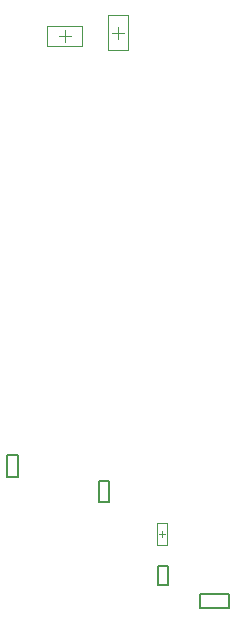
<source format=gbr>
%TF.GenerationSoftware,Altium Limited,Altium Designer,24.2.2 (26)*%
G04 Layer_Color=8388736*
%FSLAX45Y45*%
%MOMM*%
%TF.SameCoordinates,979FBE80-878B-4EC3-91C7-7055811A0E5A*%
%TF.FilePolarity,Positive*%
%TF.FileFunction,Other,Top_Courtyard*%
%TF.Part,Single*%
G01*
G75*
%TA.AperFunction,NonConductor*%
%ADD51C,0.20000*%
%ADD84C,0.05000*%
D51*
X16100989Y5040749D02*
X16192572D01*
Y5221962D01*
X16100989D02*
X16192572D01*
X16100989Y5040749D02*
Y5221962D01*
X16962660Y4146240D02*
Y4266240D01*
Y4146240D02*
X17202660D01*
Y4266240D01*
X16962660D02*
X17202660D01*
X15323749Y5256093D02*
X15415332D01*
Y5437307D01*
X15323749D02*
X15415332D01*
X15323749Y5256093D02*
Y5437307D01*
X16604620Y4339600D02*
X16684621D01*
Y4499600D01*
X16604620D02*
X16684621D01*
X16604620Y4339600D02*
Y4499600D01*
D84*
X16609500Y4772660D02*
X16664500D01*
X16637000Y4745160D02*
Y4800160D01*
X16592000Y4682660D02*
X16682001D01*
X16592000Y4862660D02*
X16682001D01*
X16592000Y4682660D02*
Y4862660D01*
X16682001Y4682660D02*
Y4862660D01*
X15964140Y8906600D02*
Y9076600D01*
X15664140Y8906600D02*
Y9076600D01*
Y8906600D02*
X15964140D01*
X15664140Y9076600D02*
X15964140D01*
X15764140Y8991600D02*
X15864140D01*
X15814140Y8941600D02*
Y9041600D01*
X16183701Y9167000D02*
X16353700D01*
X16183701Y8867000D02*
X16353700D01*
Y9167000D01*
X16183701Y8867000D02*
Y9167000D01*
X16268700Y8967000D02*
Y9067000D01*
X16218700Y9017000D02*
X16318700D01*
%TF.MD5,c7e4257b25bef8789fbff3d8d8940f2c*%
M02*

</source>
